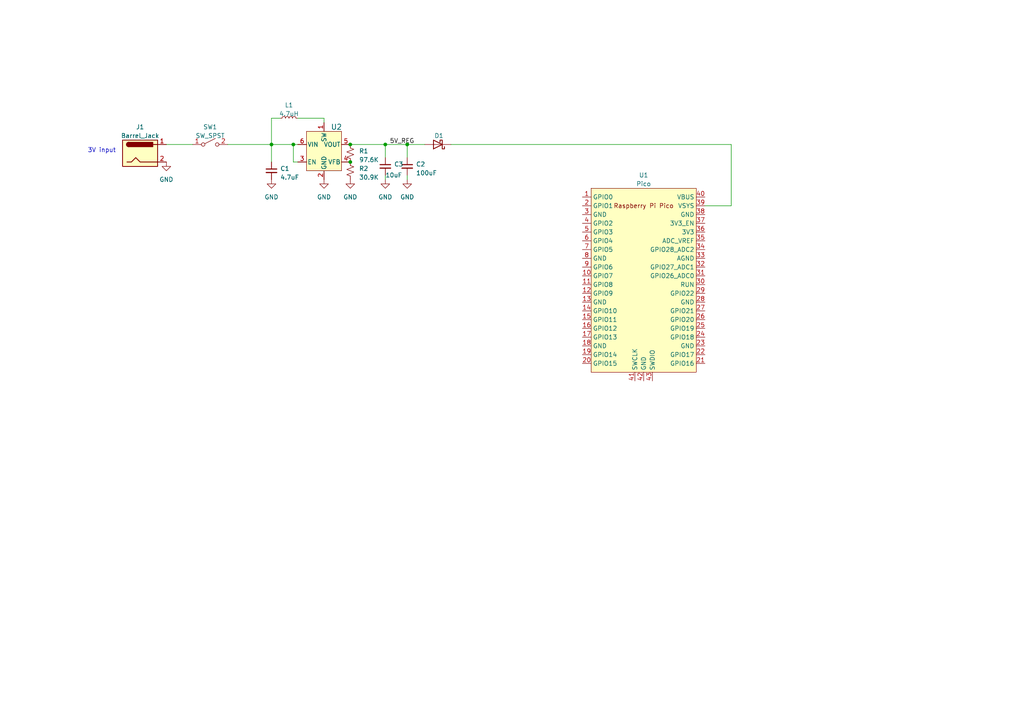
<source format=kicad_sch>
(kicad_sch (version 20230121) (generator eeschema)
  (paper "A4")
  (lib_symbols
    (symbol "Connector:Barrel_Jack" (pin_names (offset 1.016))
      (property "Reference" "J" (at 0 5.334 0))
      (property "Value" "Barrel_Jack" (at 0 -5.08 0))
      (symbol "Barrel_Jack_0_1"
        (rectangle (start -5.08 3.81) (end 5.08 -3.81) (stroke (width 0.254)) (fill (type background)))
        (arc (start -3.302 3.175) (mid -3.9343 2.54) (end -3.302 1.905) (stroke (width 0.254)))
        (arc (start -3.302 3.175) (mid -3.9343 2.54) (end -3.302 1.905) (stroke (width 0.254)) (fill (type outline)))
        (polyline (pts (xy 5.08 2.54) (xy 3.81 2.54)) (stroke (width 0.254)))
        (polyline (pts (xy -3.81 -2.54) (xy -2.54 -2.54) (xy -1.27 -1.27) (xy 0 -2.54) (xy 2.54 -2.54) (xy 5.08 -2.54)) (stroke (width 0.254)))
        (rectangle (start 3.683 3.175) (end -3.302 1.905) (stroke (width 0.254)) (fill (type outline)))
      )
      (symbol "Barrel_Jack_1_1"
        (pin passive line (at 7.62 2.54 180) (length 2.54) (name "~") (number "1"))
        (pin passive line (at 7.62 -2.54 180) (length 2.54) (name "~") (number "2"))
      )
    )
    (symbol "Device:C_Small" (pin_numbers hide) (pin_names (offset 0.254) hide)
      (property "Reference" "C" (at 0.254 1.778 0))
      (property "Value" "C_Small" (at 0.254 -2.032 0))
      (symbol "C_Small_0_1"
        (polyline (pts (xy -1.524 -0.508) (xy 1.524 -0.508)) (stroke (width 0.3302)))
        (polyline (pts (xy -1.524 0.508) (xy 1.524 0.508)) (stroke (width 0.3048)))
      )
      (symbol "C_Small_1_1"
        (pin passive line (at 0 2.54 270) (length 2.032) (name "~") (number "1"))
        (pin passive line (at 0 -2.54 90) (length 2.032) (name "~") (number "2"))
      )
    )
    (symbol "Device:D_Schottky" (pin_numbers hide) (pin_names (offset 1.016) hide)
      (property "Reference" "D" (at 0 2.54 0))
      (property "Value" "D_Schottky" (at 0 -2.54 0))
      (symbol "D_Schottky_0_1"
        (polyline (pts (xy 1.27 0) (xy -1.27 0)))
        (polyline (pts (xy 1.27 1.27) (xy 1.27 -1.27) (xy -1.27 0) (xy 1.27 1.27)) (stroke (width 0.254)))
        (polyline (pts (xy -1.905 0.635) (xy -1.905 1.27) (xy -1.27 1.27) (xy -1.27 -1.27) (xy -0.635 -1.27) (xy -0.635 -0.635)) (stroke (width 0.254)))
      )
      (symbol "D_Schottky_1_1"
        (pin passive line (at -3.81 0 0) (length 2.54) (name "K") (number "1"))
        (pin passive line (at 3.81 0 180) (length 2.54) (name "A") (number "2"))
      )
    )
    (symbol "Device:L_Small" (pin_numbers hide) (pin_names (offset 0.254) hide)
      (property "Reference" "L" (at 0.762 1.016 0))
      (property "Value" "L_Small" (at 0.762 -1.016 0))
      (symbol "L_Small_0_1"
        (arc (start 0 -2.032) (mid 0.5058 -1.524) (end 0 -1.016))
        (arc (start 0 -1.016) (mid 0.5058 -0.508) (end 0 0))
        (arc (start 0 0) (mid 0.5058 0.508) (end 0 1.016))
        (arc (start 0 1.016) (mid 0.5058 1.524) (end 0 2.032))
      )
      (symbol "L_Small_1_1"
        (pin passive line (at 0 2.54 270) (length 0.508) (name "~") (number "1"))
        (pin passive line (at 0 -2.54 90) (length 0.508) (name "~") (number "2"))
      )
    )
    (symbol "Device:R_Small_US" (pin_numbers hide) (pin_names (offset 0.254) hide)
      (property "Reference" "R" (at 0.762 0.508 0))
      (property "Value" "R_Small_US" (at 0.762 -1.016 0))
      (symbol "R_Small_US_1_1"
        (polyline (pts (xy 0 0) (xy 1.016 -0.381) (xy 0 -0.762) (xy -1.016 -1.143) (xy 0 -1.524)))
        (polyline (pts (xy 0 1.524) (xy 1.016 1.143) (xy 0 0.762) (xy -1.016 0.381) (xy 0 0)))
        (pin passive line (at 0 2.54 270) (length 1.016) (name "~") (number "1"))
        (pin passive line (at 0 -2.54 90) (length 1.016) (name "~") (number "2"))
      )
    )
    (symbol "Local:MCP1623T-I_CHY" (pin_names (offset 0.254))
      (property "Reference" "U" (at 17.78 10.16 0))
      (symbol "MCP1623T-I_CHY_1_1"
        (rectangle (start 7.62 3.81) (end 17.78 -7.62) (fill (type background)))
        (pin input line (at 12.7 6.35 270) (length 2.54) (name "SW") (number "1"))
        (pin power_in line (at 12.7 -10.16 90) (length 2.54) (name "GND") (number "2"))
        (pin input line (at 5.08 -5.08 0) (length 2.54) (name "EN") (number "3"))
        (pin unspecified line (at 20.32 -5.08 180) (length 2.54) (name "VFB") (number "4"))
        (pin output line (at 20.32 0 180) (length 2.54) (name "VOUT") (number "5"))
        (pin input line (at 5.08 0 0) (length 2.54) (name "VIN") (number "6"))
      )
    )
    (symbol "MCU_RaspberryPi_and_Boards:Pico"
      (property "Reference" "U" (at -13.97 27.94 0))
      (property "Value" "Pico" (at 0 19.05 0))
      (symbol "Pico_0_0"
        (text "Raspberry Pi Pico" (at 0 21.59 0) (effects (font (size 1.27 1.27))))
      )
      (symbol "Pico_0_1"
        (rectangle (start -15.24 26.67) (end 15.24 -26.67) (fill (type background)))
      )
      (symbol "Pico_1_1"
        (pin bidirectional line (at -17.78 24.13 0) (length 2.54) (name "GPIO0") (number "1"))
        (pin bidirectional line (at -17.78 1.27 0) (length 2.54) (name "GPIO7") (number "10"))
        (pin bidirectional line (at -17.78 -1.27 0) (length 2.54) (name "GPIO8") (number "11"))
        (pin bidirectional line (at -17.78 -3.81 0) (length 2.54) (name "GPIO9") (number "12"))
        (pin power_in line (at -17.78 -6.35 0) (length 2.54) (name "GND") (number "13"))
        (pin bidirectional line (at -17.78 -8.89 0) (length 2.54) (name "GPIO10") (number "14"))
        (pin bidirectional line (at -17.78 -11.43 0) (length 2.54) (name "GPIO11") (number "15"))
        (pin bidirectional line (at -17.78 -13.97 0) (length 2.54) (name "GPIO12") (number "16"))
        (pin bidirectional line (at -17.78 -16.51 0) (length 2.54) (name "GPIO13") (number "17"))
        (pin power_in line (at -17.78 -19.05 0) (length 2.54) (name "GND") (number "18"))
        (pin bidirectional line (at -17.78 -21.59 0) (length 2.54) (name "GPIO14") (number "19"))
        (pin bidirectional line (at -17.78 21.59 0) (length 2.54) (name "GPIO1") (number "2"))
        (pin bidirectional line (at -17.78 -24.13 0) (length 2.54) (name "GPIO15") (number "20"))
        (pin bidirectional line (at 17.78 -24.13 180) (length 2.54) (name "GPIO16") (number "21"))
        (pin bidirectional line (at 17.78 -21.59 180) (length 2.54) (name "GPIO17") (number "22"))
        (pin power_in line (at 17.78 -19.05 180) (length 2.54) (name "GND") (number "23"))
        (pin bidirectional line (at 17.78 -16.51 180) (length 2.54) (name "GPIO18") (number "24"))
        (pin bidirectional line (at 17.78 -13.97 180) (length 2.54) (name "GPIO19") (number "25"))
        (pin bidirectional line (at 17.78 -11.43 180) (length 2.54) (name "GPIO20") (number "26"))
        (pin bidirectional line (at 17.78 -8.89 180) (length 2.54) (name "GPIO21") (number "27"))
        (pin power_in line (at 17.78 -6.35 180) (length 2.54) (name "GND") (number "28"))
        (pin bidirectional line (at 17.78 -3.81 180) (length 2.54) (name "GPIO22") (number "29"))
        (pin power_in line (at -17.78 19.05 0) (length 2.54) (name "GND") (number "3"))
        (pin input line (at 17.78 -1.27 180) (length 2.54) (name "RUN") (number "30"))
        (pin bidirectional line (at 17.78 1.27 180) (length 2.54) (name "GPIO26_ADC0") (number "31"))
        (pin bidirectional line (at 17.78 3.81 180) (length 2.54) (name "GPIO27_ADC1") (number "32"))
        (pin power_in line (at 17.78 6.35 180) (length 2.54) (name "AGND") (number "33"))
        (pin bidirectional line (at 17.78 8.89 180) (length 2.54) (name "GPIO28_ADC2") (number "34"))
        (pin power_in line (at 17.78 11.43 180) (length 2.54) (name "ADC_VREF") (number "35"))
        (pin power_in line (at 17.78 13.97 180) (length 2.54) (name "3V3") (number "36"))
        (pin input line (at 17.78 16.51 180) (length 2.54) (name "3V3_EN") (number "37"))
        (pin bidirectional line (at 17.78 19.05 180) (length 2.54) (name "GND") (number "38"))
        (pin power_in line (at 17.78 21.59 180) (length 2.54) (name "VSYS") (number "39"))
        (pin bidirectional line (at -17.78 16.51 0) (length 2.54) (name "GPIO2") (number "4"))
        (pin power_in line (at 17.78 24.13 180) (length 2.54) (name "VBUS") (number "40"))
        (pin input line (at -2.54 -29.21 90) (length 2.54) (name "SWCLK") (number "41"))
        (pin power_in line (at 0 -29.21 90) (length 2.54) (name "GND") (number "42"))
        (pin bidirectional line (at 2.54 -29.21 90) (length 2.54) (name "SWDIO") (number "43"))
        (pin bidirectional line (at -17.78 13.97 0) (length 2.54) (name "GPIO3") (number "5"))
        (pin bidirectional line (at -17.78 11.43 0) (length 2.54) (name "GPIO4") (number "6"))
        (pin bidirectional line (at -17.78 8.89 0) (length 2.54) (name "GPIO5") (number "7"))
        (pin power_in line (at -17.78 6.35 0) (length 2.54) (name "GND") (number "8"))
        (pin bidirectional line (at -17.78 3.81 0) (length 2.54) (name "GPIO6") (number "9"))
      )
    )
    (symbol "Switch:SW_SPST" (pin_names (offset 0) hide)
      (property "Reference" "SW" (at 0 3.175 0))
      (property "Value" "SW_SPST" (at 0 -2.54 0))
      (symbol "SW_SPST_0_0"
        (circle (center -2.032 0) (radius 0.508))
        (polyline (pts (xy -1.524 0.254) (xy 1.524 1.778)))
        (circle (center 2.032 0) (radius 0.508))
      )
      (symbol "SW_SPST_1_1"
        (pin passive line (at -5.08 0 0) (length 2.54) (name "A") (number "1"))
        (pin passive line (at 5.08 0 180) (length 2.54) (name "B") (number "2"))
      )
    )
    (symbol "power:GND" (power) (pin_names (offset 0))
      (property "Value" "GND" (at 0 -3.81 0))
      (symbol "GND_0_1"
        (polyline (pts (xy 0 0) (xy 0 -1.27) (xy 1.27 -1.27) (xy 0 -2.54) (xy -1.27 -1.27) (xy 0 -1.27)))
      )
      (symbol "GND_1_1"
        (pin power_in line (at 0 0 270) (length 0) hide (name "GND") (number "1"))
      )
    )
  )
  (junction (at 85.09 41.91))
  (junction (at 101.6 46.99))
  (junction (at 111.76 41.91))
  (junction (at 118.11 41.91))
  (junction (at 78.74 41.91))
  (junction (at 101.6 41.91))
  (wire (pts (xy 85.09 41.91) (xy 86.36 41.91)))
  (wire (pts (xy 101.6 41.91) (xy 111.76 41.91)))
  (wire (pts (xy 86.36 46.99) (xy 85.09 46.99)))
  (wire (pts (xy 111.76 41.91) (xy 118.11 41.91)))
  (wire (pts (xy 111.76 41.91) (xy 111.76 45.72)))
  (wire (pts (xy 212.09 59.69) (xy 204.47 59.69)))
  (wire (pts (xy 118.11 41.91) (xy 123.19 41.91)))
  (wire (pts (xy 212.09 41.91) (xy 212.09 59.69)))
  (wire (pts (xy 130.81 41.91) (xy 212.09 41.91)))
  (wire (pts (xy 111.76 50.8) (xy 111.76 52.07)))
  (wire (pts (xy 66.04 41.91) (xy 78.74 41.91)))
  (wire (pts (xy 118.11 41.91) (xy 118.11 45.72)))
  (wire (pts (xy 118.11 50.8) (xy 118.11 52.07)))
  (wire (pts (xy 93.98 35.56) (xy 93.98 34.29)))
  (wire (pts (xy 78.74 41.91) (xy 78.74 46.99)))
  (wire (pts (xy 85.09 41.91) (xy 85.09 46.99)))
  (wire (pts (xy 78.74 41.91) (xy 85.09 41.91)))
  (wire (pts (xy 81.28 34.29) (xy 78.74 34.29)))
  (wire (pts (xy 48.26 41.91) (xy 55.88 41.91)))
  (wire (pts (xy 78.74 34.29) (xy 78.74 41.91)))
  (wire (pts (xy 93.98 34.29) (xy 86.36 34.29)))
  (text "3V input" (at 25.4 44.45 0) (effects (font (size 1.27 1.27)) (justify left bottom)))
  (label "5V_REG" (at 113.03 41.91 0))
  (symbol (lib_id "Device:D_Schottky") (at 127 41.91 180) (unit 1)
    (property "Reference" "D1" (at 127.3175 39.37 0))
    (property "Value" "D_Schottky" (effects hide))
  )
  (symbol (lib_id "Device:L_Small") (at 83.82 34.29 90) (unit 1)
    (property "Reference" "L1" (at 83.82 30.48 90))
    (property "Value" "4.7uH" (at 83.82 33.02 90))
  )
  (symbol (lib_id "Device:C_Small") (at 118.11 48.26 0) (unit 1)
    (property "Reference" "C2" (at 120.65 47.6313 0) (effects (justify left)))
    (property "Value" "100uF" (at 120.65 50.1713 0) (effects (justify left)))
  )
  (symbol (lib_id "Switch:SW_SPST") (at 60.96 41.91 0) (unit 1)
    (property "Reference" "SW1" (at 60.96 36.83 0))
    (property "Value" "SW_SPST" (at 60.96 39.37 0))
  )
  (symbol (lib_id "MCU_RaspberryPi_and_Boards:Pico") (at 186.69 81.28 0) (unit 1)
    (property "Reference" "U1" (at 186.69 50.8 0))
    (property "Value" "Pico" (at 186.69 53.34 0))
    (property "Footprint" "RPi_Pico:RPi_Pico_SMD_TH" (effects hide))
  )
  (symbol (lib_id "power:GND") (at 118.11 52.07 0) (unit 1)
    (property "Reference" "#PWR04" (effects hide))
    (property "Value" "GND" (at 118.11 57.15 0))
  )
  (symbol (lib_id "power:GND") (at 111.76 52.07 0) (unit 1)
    (property "Reference" "#PWR06" (effects hide))
    (property "Value" "GND" (at 111.76 57.15 0))
  )
  (symbol (lib_id "Local:MCP1623T-I_CHY") (at 81.28 41.91 0) (unit 1)
    (property "Reference" "U2" (at 95.9359 36.83 0) (effects (font (size 1.524 1.524)) (justify left)))
    (property "Value" "MCP1623T-I/CHY" (effects hide))
    (property "Footprint" "SOT-23-6_MC_MCH" (effects hide))
    (property "Datasheet" "MCP1623T-I/CHY" (effects hide))
  )
  (symbol (lib_id "Device:R_Small_US") (at 101.6 44.45 0) (unit 1)
    (property "Reference" "R1" (at 104.14 43.815 0) (effects (justify left)))
    (property "Value" "97.6K" (at 104.14 46.355 0) (effects (justify left)))
  )
  (symbol (lib_id "power:GND") (at 48.26 46.99 0) (unit 1)
    (property "Reference" "#PWR01" (effects hide))
    (property "Value" "GND" (at 48.26 52.07 0))
  )
  (symbol (lib_id "power:GND") (at 101.6 52.07 0) (unit 1)
    (property "Reference" "#PWR05" (effects hide))
    (property "Value" "GND" (at 101.6 57.15 0))
  )
  (symbol (lib_id "Device:R_Small_US") (at 101.6 49.53 0) (unit 1)
    (property "Reference" "R2" (at 104.14 48.895 0) (effects (justify left)))
    (property "Value" "30.9K" (at 104.14 51.435 0) (effects (justify left)))
  )
  (symbol (lib_id "power:GND") (at 93.98 52.07 0) (unit 1)
    (property "Reference" "#PWR03" (effects hide))
    (property "Value" "GND" (at 93.98 57.15 0))
  )
  (symbol (lib_id "Connector:Barrel_Jack") (at 40.64 44.45 0) (unit 1)
    (property "Reference" "J1" (at 40.64 36.83 0))
    (property "Value" "Barrel_Jack" (at 40.64 39.37 0))
  )
  (symbol (lib_id "power:GND") (at 78.74 52.07 0) (unit 1)
    (property "Reference" "#PWR02" (effects hide))
    (property "Value" "GND" (at 78.74 57.15 0))
  )
  (symbol (lib_id "Device:C_Small") (at 78.74 49.53 0) (unit 1)
    (property "Reference" "C1" (at 81.28 48.9013 0) (effects (justify left)))
    (property "Value" "4.7uF" (at 81.28 51.4413 0) (effects (justify left)))
  )
  (symbol (lib_id "Device:C_Small") (at 111.76 48.26 0) (unit 1)
    (property "Reference" "C3" (at 114.3 47.6313 0) (effects (justify left)))
    (property "Value" "10uF" (at 111.76 50.8 0) (effects (justify left)))
  )
)
</source>
